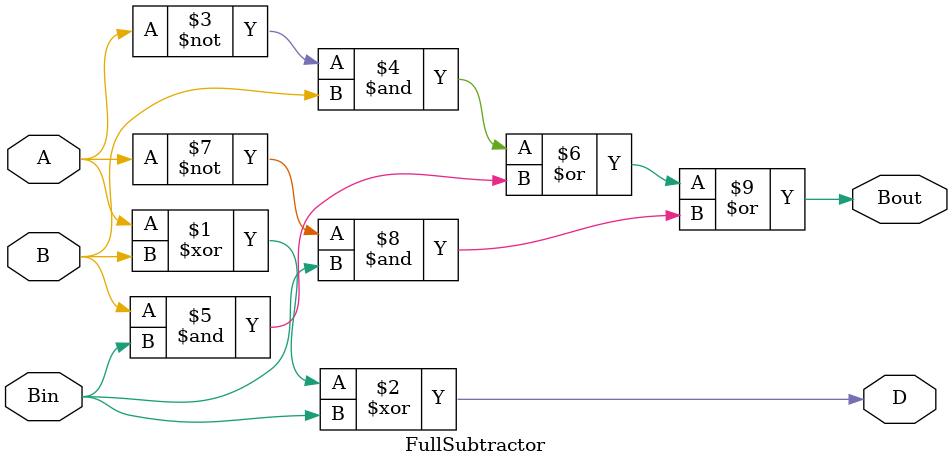
<source format=v>
module FullSubtractor(
    input A, 
    input B, 
    input Bin,
    output D, 
    output Bout
);
assign D = A ^ B ^ Bin;
assign Bout = (~A & B) | (B & Bin) | (~A & Bin);
endmodule
</source>
